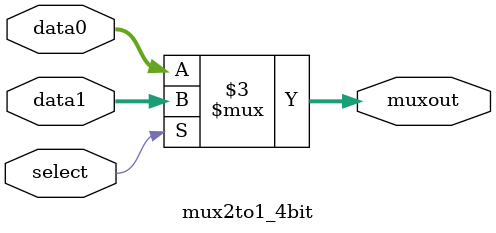
<source format=v>
/*---------------------------------------------------------------------------------
Name Lamin Jammeh
CLass: EE417 Summer 2024
Lesson 04 HW Question 4 Part 3
Group: Ron Kalin/ Lamin Jammeh
Project Description: This portion takes uses a 2-to-1 MUX to select between up and down
counter. when the sel bit is high the upcounter output is transfered to the next stage
else the downcounter output is transfered to the next state
------------------------------------------------------------------------------------*/

module mux2to1_4bit(	
    input [3:0] data0, // 4-bit input data 0	
    input [3:0] data1, // 4-bit input data 1	
    input select,      // Select signal (0 or 1), z	
    output reg [3:0] muxout); //4-bit output	
    always @ (data0, data1)  //put input only in sensitivity list	
        if (select)  //select = 1	
            muxout = data1;  //data1	
        else	
            muxout = data0;  //data0
endmodule 
</source>
